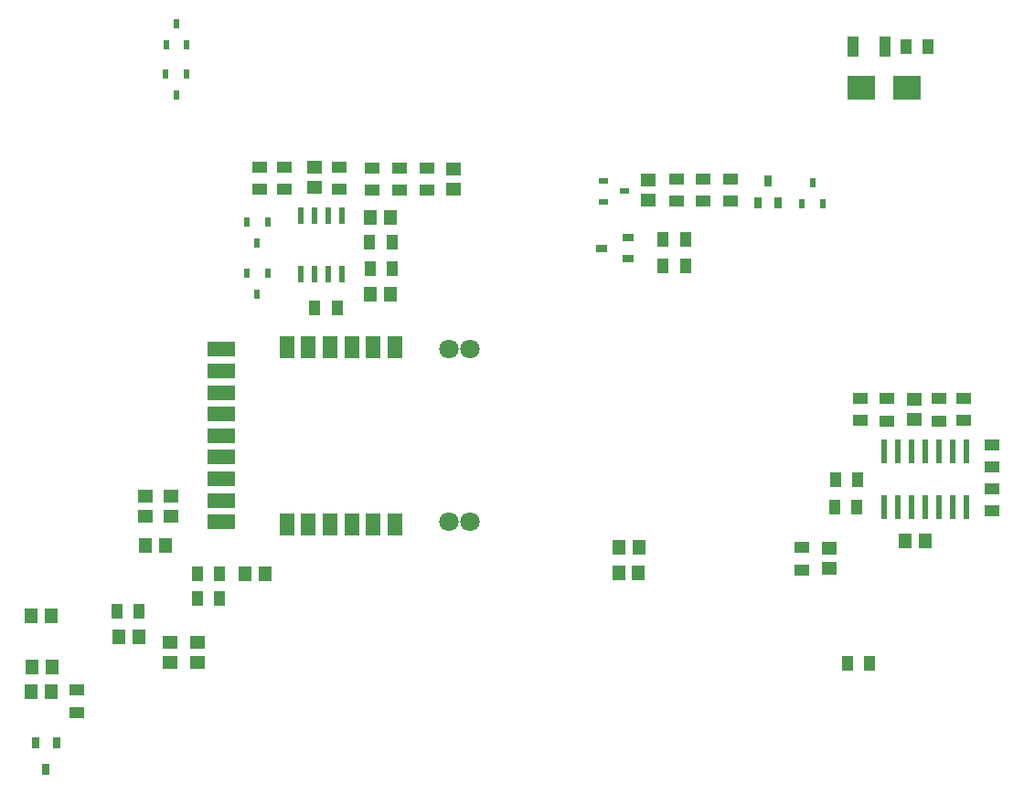
<source format=gtp>
G04*
G04 #@! TF.GenerationSoftware,Altium Limited,Altium Designer,20.2.4 (192)*
G04*
G04 Layer_Color=8421504*
%FSLAX44Y44*%
%MOMM*%
G71*
G04*
G04 #@! TF.SameCoordinates,03AB348B-DD29-4870-A44B-8DF697E34D15*
G04*
G04*
G04 #@! TF.FilePolarity,Positive*
G04*
G01*
G75*
%ADD19R,1.4000X2.0000*%
%ADD20R,2.6000X1.4000*%
%ADD21C,1.8000*%
%ADD22R,1.3000X1.4500*%
%ADD23R,0.5600X0.9500*%
%ADD24R,1.0000X1.9000*%
%ADD25R,1.4500X1.3000*%
%ADD26R,0.6000X2.2000*%
%ADD27R,0.8000X1.1000*%
%ADD28R,1.3500X1.0000*%
%ADD29R,0.5500X1.5000*%
%ADD30R,1.0000X1.3500*%
%ADD31R,0.9500X0.5600*%
%ADD32R,1.0000X0.8000*%
%ADD33R,2.5000X2.3000*%
%ADD34R,0.8000X1.0000*%
D19*
X279750Y351000D02*
D03*
X299750D02*
D03*
X319750D02*
D03*
X339750D02*
D03*
X359750D02*
D03*
X259750D02*
D03*
X279750Y515000D02*
D03*
X299750D02*
D03*
X319750D02*
D03*
X339750D02*
D03*
X359750D02*
D03*
X259750D02*
D03*
D20*
X198750Y433000D02*
D03*
Y353000D02*
D03*
Y373000D02*
D03*
Y393000D02*
D03*
Y413000D02*
D03*
Y453000D02*
D03*
Y473000D02*
D03*
Y493000D02*
D03*
Y513000D02*
D03*
D21*
X429750Y353000D02*
D03*
X409750D02*
D03*
X429750Y513000D02*
D03*
X409750D02*
D03*
D22*
X832210Y335250D02*
D03*
X850750D02*
D03*
X585540Y306000D02*
D03*
X567000D02*
D03*
X41770Y266000D02*
D03*
X23230D02*
D03*
X585770Y329250D02*
D03*
X221000Y305250D02*
D03*
X103960Y247000D02*
D03*
X42020Y219000D02*
D03*
X23230Y195440D02*
D03*
X122500Y247000D02*
D03*
X355600Y563880D02*
D03*
X147020Y331250D02*
D03*
X23480Y219000D02*
D03*
X567230Y329250D02*
D03*
X239540Y305250D02*
D03*
X337060Y635000D02*
D03*
X355600D02*
D03*
X337060Y563880D02*
D03*
X128480Y331250D02*
D03*
X41770Y195440D02*
D03*
D23*
X746500Y667250D02*
D03*
X756000Y647750D02*
D03*
X737000D02*
D03*
X222910Y583790D02*
D03*
Y630780D02*
D03*
X241910Y583790D02*
D03*
Y630780D02*
D03*
X166726Y767940D02*
D03*
X232410Y564290D02*
D03*
Y611280D02*
D03*
X166980Y795430D02*
D03*
X147980D02*
D03*
X147726Y767940D02*
D03*
X157226Y748440D02*
D03*
X157480Y814930D02*
D03*
D24*
X783830Y793750D02*
D03*
X813830D02*
D03*
D25*
X151250Y222730D02*
D03*
Y241270D02*
D03*
X152250Y358460D02*
D03*
Y377000D02*
D03*
X128500D02*
D03*
Y358460D02*
D03*
X177250Y241270D02*
D03*
Y222730D02*
D03*
X285750Y681480D02*
D03*
X414020Y679830D02*
D03*
X762000Y328420D02*
D03*
X840740Y466850D02*
D03*
X594360Y669670D02*
D03*
X285750Y662940D02*
D03*
X414020Y661290D02*
D03*
X840740Y448310D02*
D03*
X594360Y651130D02*
D03*
X762000Y309880D02*
D03*
D26*
X876300Y418430D02*
D03*
X863600D02*
D03*
X838200D02*
D03*
X825500D02*
D03*
X889000D02*
D03*
X812800D02*
D03*
X850900D02*
D03*
X876300Y366430D02*
D03*
X863600D02*
D03*
X838200D02*
D03*
X825500D02*
D03*
X889000D02*
D03*
X850900D02*
D03*
X812800D02*
D03*
D27*
X695960Y648430D02*
D03*
X714960D02*
D03*
X705460Y669430D02*
D03*
D28*
X736500Y308730D02*
D03*
Y329270D02*
D03*
X65000Y197270D02*
D03*
X339090Y680830D02*
D03*
X645160Y650240D02*
D03*
X389890Y680830D02*
D03*
X815340Y467360D02*
D03*
X257810Y661560D02*
D03*
X308610Y682100D02*
D03*
Y661560D02*
D03*
X339090Y660290D02*
D03*
X364490Y660290D02*
D03*
X389890D02*
D03*
X863600Y446820D02*
D03*
X621030Y650130D02*
D03*
X234950Y661450D02*
D03*
X364490Y680830D02*
D03*
X645160Y670780D02*
D03*
X621030Y670670D02*
D03*
X234950Y681990D02*
D03*
X257810Y682100D02*
D03*
X913000Y403730D02*
D03*
X670560Y670670D02*
D03*
X913130Y363110D02*
D03*
Y383650D02*
D03*
X913000Y424270D02*
D03*
X886460Y446930D02*
D03*
X863600Y467360D02*
D03*
X886460Y467470D02*
D03*
X791210Y467470D02*
D03*
X815340Y446820D02*
D03*
X670560Y650130D02*
D03*
X791210Y446930D02*
D03*
X65000Y176730D02*
D03*
D29*
X273050Y582600D02*
D03*
X285750D02*
D03*
X298450D02*
D03*
X311150D02*
D03*
X273050Y636600D02*
D03*
X285750D02*
D03*
X298450D02*
D03*
X311150D02*
D03*
D30*
X123250Y270500D02*
D03*
X176710Y305250D02*
D03*
X197250D02*
D03*
Y282390D02*
D03*
X102710Y270500D02*
D03*
X628750Y614500D02*
D03*
X176710Y282390D02*
D03*
X768130Y392430D02*
D03*
X628750Y590370D02*
D03*
X336550Y612140D02*
D03*
X357310Y588190D02*
D03*
X285640Y551180D02*
D03*
X357090Y612140D02*
D03*
X336770Y588190D02*
D03*
X853550Y793750D02*
D03*
X833010D02*
D03*
X799270Y221750D02*
D03*
X608210Y614500D02*
D03*
Y590370D02*
D03*
X788670Y392430D02*
D03*
X766860Y367030D02*
D03*
X787400D02*
D03*
X778730Y221750D02*
D03*
X306180Y551180D02*
D03*
D31*
X552860Y649884D02*
D03*
Y668884D02*
D03*
X572360Y659384D02*
D03*
D32*
X550830Y606570D02*
D03*
X575830Y596820D02*
D03*
Y616320D02*
D03*
D33*
X791300Y755650D02*
D03*
X834300D02*
D03*
D34*
X46250Y148500D02*
D03*
X36500Y123500D02*
D03*
X26750Y148500D02*
D03*
M02*

</source>
